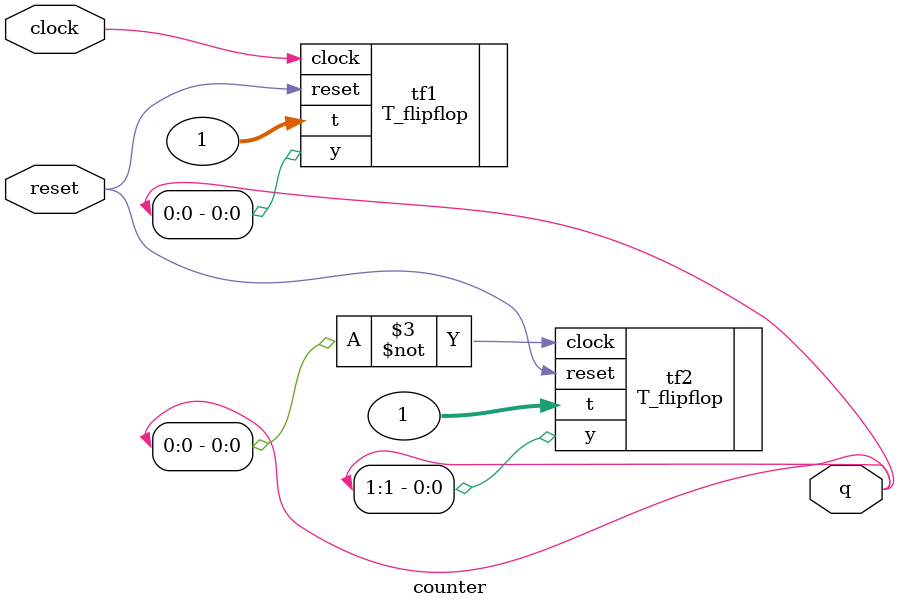
<source format=v>
module counter(q,clock,reset);

input reset;
input clock;

output [1:0]q;

T_flipflop tf1( .y(q[0]),
                .t(1),
					 .clock(clock),
					 .reset(reset)
					 );
					 
T_flipflop tf2(.y(q[1]),
               .t(1),
					.clock(~q[0]),
					.reset(reset)
					);

endmodule

</source>
